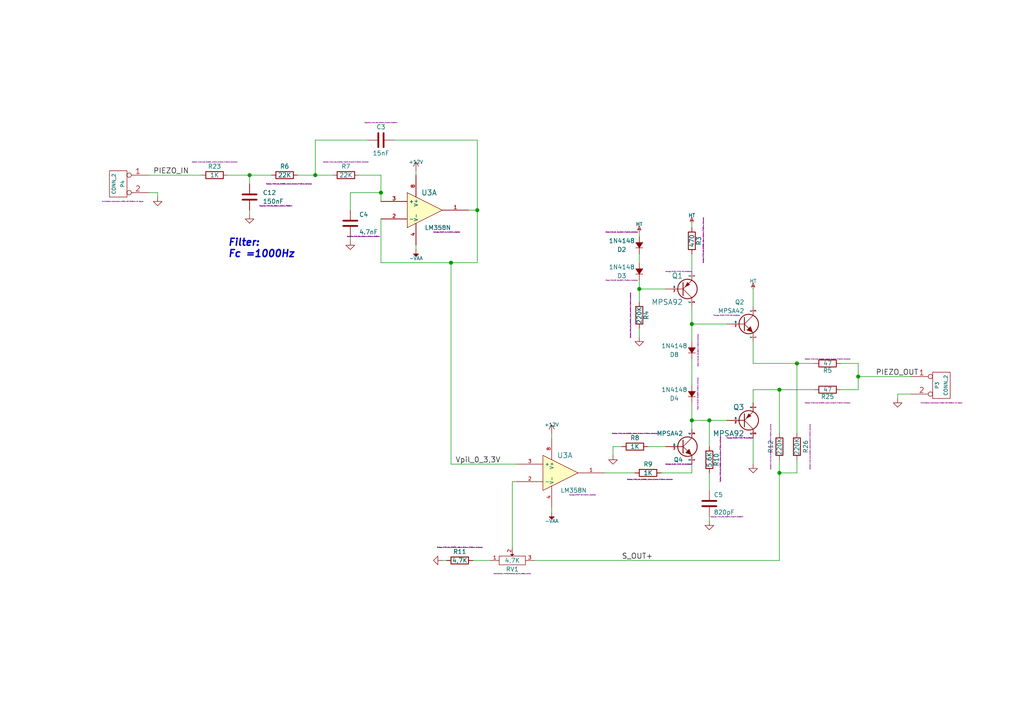
<source format=kicad_sch>
(kicad_sch (version 20210406) (generator eeschema)
  (paper "A4")
  (title_block (title "Complex hierarchy: demo") (date "2017-01-15") (rev "1"))
  (lib_symbols
    (symbol "complex_hierarchy_schlib:+12V" (power) (pin_names (offset 0))
      (property "Value" "+12V" (at 0 3.556 0))
      (symbol "+12V_0_1"
        (polyline (pts (xy -0.762 1.27) (xy 0 2.54)))
        (polyline (pts (xy 0 0) (xy 0 2.54)))
        (polyline (pts (xy 0 2.54) (xy 0.762 1.27)))
      )
      (symbol "+12V_1_1"
        (pin power_in line (at 0 0 90) (length 0) hide (name "+12V") (number "1"))
      )
    )
    (symbol "complex_hierarchy_schlib:-VAA" (power) (pin_names (offset 0))
      (property "Value" "-VAA" (at 0 2.54 0))
      (symbol "-VAA_0_0"
        (pin power_in line (at 0 0 90) (length 0) hide (name "-VAA") (number "1"))
      )
      (symbol "-VAA_0_1"
        (polyline (pts (xy 0 0) (xy 0 1.27) (xy 0 1.27)))
        (polyline (pts (xy 0 2.032) (xy 0.762 1.27) (xy -0.508 1.27) (xy -0.762 1.27) (xy 0 2.032) (xy 0 2.032) (xy 0 2.032)) (fill (type outline)))
      )
    )
    (symbol "complex_hierarchy_schlib:C" (pin_numbers hide) (pin_names (offset 0.254))
      (property "Reference" "C" (at 0.635 2.54 0))
      (property "Value" "C" (at 0.635 -2.54 0))
      (symbol "C_0_1"
        (polyline (pts (xy -2.032 -0.762) (xy 2.032 -0.762)) (stroke (width 0.508)))
        (polyline (pts (xy -2.032 0.762) (xy 2.032 0.762)) (stroke (width 0.508)))
      )
      (symbol "C_1_1"
        (pin passive line (at 0 3.81 270) (length 2.794) (name "~") (number "1"))
        (pin passive line (at 0 -3.81 90) (length 2.794) (name "~") (number "2"))
      )
    )
    (symbol "complex_hierarchy_schlib:CONN_2" (pin_names (offset 1.016) hide)
      (property "Reference" "P" (at -1.27 0 90))
      (property "Value" "CONN_2" (at 1.27 0 90))
      (symbol "CONN_2_0_1"
        (rectangle (start -2.54 3.81) (end 2.54 -3.81))
      )
      (symbol "CONN_2_1_1"
        (pin passive inverted (at -8.89 2.54 0) (length 6.35) (name "P1") (number "1"))
        (pin passive inverted (at -8.89 -2.54 0) (length 6.35) (name "PM") (number "2"))
      )
    )
    (symbol "complex_hierarchy_schlib:D_Small" (pin_numbers hide) (pin_names (offset 0.254) hide)
      (property "Reference" "D" (at -1.27 2.032 0))
      (property "Value" "D_Small" (at -3.81 -2.032 0))
      (symbol "D_Small_0_1"
        (polyline (pts (xy -0.762 -1.016) (xy -0.762 1.016)))
        (polyline (pts (xy 0.762 -1.016) (xy -0.762 0) (xy 0.762 1.016) (xy 0.762 -1.016)) (fill (type outline)))
      )
      (symbol "D_Small_1_1"
        (pin passive line (at -2.54 0 0) (length 1.778) (name "K") (number "1"))
        (pin passive line (at 2.54 0 180) (length 1.778) (name "A") (number "2"))
      )
    )
    (symbol "complex_hierarchy_schlib:GND" (power) (pin_names (offset 0))
      (property "Value" "GND" (at 0 -3.1242 0))
      (symbol "GND_0_1"
        (polyline (pts (xy 0 0) (xy 0 -1.27) (xy 1.27 -1.27) (xy 0 -2.54) (xy -1.27 -1.27) (xy 0 -1.27)))
      )
      (symbol "GND_1_1"
        (pin power_in line (at 0 0 270) (length 0) hide (name "GND") (number "1"))
      )
    )
    (symbol "complex_hierarchy_schlib:HT" (power) (pin_names (offset 0))
      (property "Value" "HT" (at 0 2.286 0))
      (symbol "HT_0_0"
        (pin power_in line (at 0 0 90) (length 0) hide (name "HT") (number "1"))
      )
      (symbol "HT_0_1"
        (polyline (pts (xy 0 0) (xy 0 1.016) (xy 0 1.016)))
        (polyline (pts (xy 0 1.016) (xy 0.508 0.508) (xy 0 1.778) (xy -0.508 0.508) (xy 0 1.016) (xy 0 1.016)))
      )
    )
    (symbol "complex_hierarchy_schlib:LM358N"
      (property "Reference" "U" (at -1.27 5.08 0))
      (property "Value" "LM358N" (at -1.27 -6.35 0))
      (symbol "LM358N_0_1"
        (polyline (pts (xy -5.08 5.08) (xy 5.08 0) (xy -5.08 -5.08) (xy -5.08 5.08)) (stroke (width 0.1524)) (fill (type background)))
        (pin power_in line (at -2.54 -10.16 90) (length 6.35) (name "V-") (number "4"))
        (pin power_in line (at -2.54 10.16 270) (length 6.35) (name "V+") (number "8"))
      )
      (symbol "LM358N_1_1"
        (pin output line (at 12.7 0 180) (length 7.62) (name "~") (number "1"))
        (pin input line (at -12.7 -2.54 0) (length 7.62) (name "-") (number "2"))
        (pin input line (at -12.7 2.54 0) (length 7.62) (name "+") (number "3"))
      )
      (symbol "LM358N_2_1"
        (pin input line (at -12.7 2.54 0) (length 7.62) (name "+") (number "5"))
        (pin input line (at -12.7 -2.54 0) (length 7.62) (name "-") (number "6"))
        (pin output line (at 12.7 0 180) (length 7.62) (name "~") (number "7"))
      )
    )
    (symbol "complex_hierarchy_schlib:MPSA42" (pin_names (offset 0))
      (property "Reference" "Q" (at 3.81 -3.81 0))
      (property "Value" "MPSA42" (at 3.81 3.81 0))
      (symbol "MPSA42_0_1"
        (circle (center 1.27 0) (radius 2.8194) (stroke (width 0.254)))
        (polyline (pts (xy 0 0) (xy 2.54 2.54)))
        (polyline (pts (xy 0 1.905) (xy 0 -1.905) (xy 0 -1.905)) (stroke (width 0.254)))
        (polyline (pts (xy 1.27 -1.27) (xy 0 0) (xy 0 0)))
        (polyline (pts (xy 2.286 -2.286) (xy 2.54 -2.54) (xy 2.54 -2.54)))
        (polyline (pts (xy 2.286 -2.286) (xy 1.778 -0.762) (xy 0.762 -1.778) (xy 2.286 -2.286) (xy 2.286 -2.286)) (fill (type outline)))
      )
      (symbol "MPSA42_1_1"
        (pin passive line (at 2.54 -5.08 90) (length 2.54) (name "E") (number "1"))
        (pin input line (at -5.08 0 0) (length 5.08) (name "B") (number "2"))
        (pin passive line (at 2.54 5.08 270) (length 2.54) (name "C") (number "3"))
      )
    )
    (symbol "complex_hierarchy_schlib:MPSA92" (pin_names (offset 0))
      (property "Reference" "Q" (at 3.81 -3.81 0))
      (property "Value" "MPSA92" (at 3.81 3.81 0))
      (symbol "MPSA92_0_1"
        (circle (center 1.27 0) (radius 2.8194) (stroke (width 0.254)))
        (polyline (pts (xy 0 0) (xy 2.54 2.54)))
        (polyline (pts (xy 0.635 -0.635) (xy 0 0) (xy 0 0)))
        (polyline (pts (xy 2.54 -2.54) (xy 1.651 -1.651) (xy 1.651 -1.651)))
        (polyline (pts (xy 0 1.905) (xy 0 -1.905) (xy 0 -1.905)) (stroke (width 0.254)) (fill (type outline)))
        (polyline (pts (xy 0.635 -0.635) (xy 1.27 -1.905) (xy 1.905 -1.27) (xy 0.635 -0.635) (xy 0.635 -0.635)) (fill (type outline)))
      )
      (symbol "MPSA92_1_1"
        (pin passive line (at 2.54 -5.08 90) (length 2.54) (name "E") (number "1"))
        (pin input line (at -5.08 0 0) (length 5.08) (name "B") (number "2"))
        (pin passive line (at 2.54 5.08 270) (length 2.54) (name "C") (number "3"))
      )
    )
    (symbol "complex_hierarchy_schlib:POT" (pin_names (offset 1.016) hide)
      (property "Reference" "RV" (at 0 -2.54 0))
      (property "Value" "POT" (at 0 0 0))
      (symbol "POT_0_1"
        (rectangle (start -3.81 1.27) (end 3.81 -1.27))
        (polyline (pts (xy 0 1.27) (xy -0.508 1.778) (xy 0.508 1.778)) (fill (type outline)))
      )
      (symbol "POT_1_1"
        (pin passive line (at -6.35 0 0) (length 2.54) (name "1") (number "1"))
        (pin passive line (at 0 3.81 270) (length 2.032) (name "2") (number "2"))
        (pin passive line (at 6.35 0 180) (length 2.54) (name "3") (number "3"))
      )
    )
    (symbol "complex_hierarchy_schlib:R" (pin_numbers hide) (pin_names (offset 0))
      (property "Reference" "R" (at 2.032 0 90))
      (property "Value" "R" (at 0 0 90))
      (symbol "R_0_1"
        (rectangle (start -1.016 -2.54) (end 1.016 2.54) (stroke (width 0.254)))
      )
      (symbol "R_1_1"
        (pin passive line (at 0 3.81 270) (length 1.27) (name "~") (number "1"))
        (pin passive line (at 0 -3.81 90) (length 1.27) (name "~") (number "2"))
      )
    )
  )
  (junction (at 72.39 50.8) (diameter 1.016))
  (junction (at 91.44 50.8) (diameter 1.016))
  (junction (at 110.49 55.88) (diameter 1.016))
  (junction (at 130.81 76.2) (diameter 1.016))
  (junction (at 138.43 60.96) (diameter 1.016))
  (junction (at 185.42 83.82) (diameter 1.016))
  (junction (at 200.66 93.98) (diameter 1.016))
  (junction (at 200.66 121.92) (diameter 1.016))
  (junction (at 205.74 121.92) (diameter 1.016))
  (junction (at 226.06 113.03) (diameter 1.016))
  (junction (at 226.06 137.16) (diameter 1.016))
  (junction (at 231.14 105.41) (diameter 1.016))
  (junction (at 248.92 109.22) (diameter 1.016))
  (wire (pts (xy 43.18 55.88) (xy 45.72 55.88)))
  (wire (pts (xy 45.72 55.88) (xy 45.72 57.15)))
  (wire (pts (xy 58.42 50.8) (xy 43.18 50.8)))
  (wire (pts (xy 66.04 50.8) (xy 72.39 50.8)))
  (wire (pts (xy 72.39 50.8) (xy 78.74 50.8)))
  (wire (pts (xy 72.39 53.34) (xy 72.39 50.8)))
  (wire (pts (xy 72.39 62.23) (xy 72.39 60.96)))
  (wire (pts (xy 86.36 50.8) (xy 91.44 50.8)))
  (wire (pts (xy 91.44 40.64) (xy 91.44 50.8)))
  (wire (pts (xy 91.44 50.8) (xy 96.52 50.8)))
  (wire (pts (xy 101.6 55.88) (xy 101.6 60.96)))
  (wire (pts (xy 101.6 69.85) (xy 101.6 68.58)))
  (wire (pts (xy 106.68 40.64) (xy 91.44 40.64)))
  (wire (pts (xy 110.49 50.8) (xy 104.14 50.8)))
  (wire (pts (xy 110.49 50.8) (xy 110.49 55.88)))
  (wire (pts (xy 110.49 55.88) (xy 101.6 55.88)))
  (wire (pts (xy 110.49 55.88) (xy 110.49 58.42)))
  (wire (pts (xy 110.49 63.5) (xy 110.49 76.2)))
  (wire (pts (xy 110.49 76.2) (xy 130.81 76.2)))
  (wire (pts (xy 120.65 49.53) (xy 120.65 50.8)))
  (wire (pts (xy 120.65 72.39) (xy 120.65 71.12)))
  (wire (pts (xy 128.27 162.56) (xy 129.54 162.56)))
  (wire (pts (xy 130.81 76.2) (xy 138.43 76.2)))
  (wire (pts (xy 130.81 134.62) (xy 130.81 76.2)))
  (wire (pts (xy 135.89 60.96) (xy 138.43 60.96)))
  (wire (pts (xy 137.16 162.56) (xy 142.24 162.56)))
  (wire (pts (xy 138.43 40.64) (xy 114.3 40.64)))
  (wire (pts (xy 138.43 60.96) (xy 138.43 40.64)))
  (wire (pts (xy 138.43 76.2) (xy 138.43 60.96)))
  (wire (pts (xy 148.59 139.7) (xy 149.86 139.7)))
  (wire (pts (xy 148.59 158.75) (xy 148.59 139.7)))
  (wire (pts (xy 149.86 134.62) (xy 130.81 134.62)))
  (wire (pts (xy 160.02 125.73) (xy 160.02 127)))
  (wire (pts (xy 160.02 148.59) (xy 160.02 147.32)))
  (wire (pts (xy 175.26 137.16) (xy 184.15 137.16)))
  (wire (pts (xy 177.8 129.54) (xy 177.8 132.08)))
  (wire (pts (xy 180.34 129.54) (xy 177.8 129.54)))
  (wire (pts (xy 185.42 68.58) (xy 185.42 67.31)))
  (wire (pts (xy 185.42 76.2) (xy 185.42 73.66)))
  (wire (pts (xy 185.42 81.28) (xy 185.42 83.82)))
  (wire (pts (xy 185.42 83.82) (xy 185.42 87.63)))
  (wire (pts (xy 185.42 95.25) (xy 185.42 97.79)))
  (wire (pts (xy 187.96 129.54) (xy 193.04 129.54)))
  (wire (pts (xy 193.04 83.82) (xy 185.42 83.82)))
  (wire (pts (xy 200.66 64.77) (xy 200.66 66.04)))
  (wire (pts (xy 200.66 73.66) (xy 200.66 78.74)))
  (wire (pts (xy 200.66 88.9) (xy 200.66 93.98)))
  (wire (pts (xy 200.66 93.98) (xy 200.66 99.06)))
  (wire (pts (xy 200.66 104.14) (xy 200.66 111.76)))
  (wire (pts (xy 200.66 116.84) (xy 200.66 121.92)))
  (wire (pts (xy 200.66 121.92) (xy 200.66 124.46)))
  (wire (pts (xy 200.66 121.92) (xy 205.74 121.92)))
  (wire (pts (xy 200.66 134.62) (xy 200.66 137.16)))
  (wire (pts (xy 200.66 137.16) (xy 191.77 137.16)))
  (wire (pts (xy 205.74 121.92) (xy 205.74 129.54)))
  (wire (pts (xy 205.74 121.92) (xy 210.82 121.92)))
  (wire (pts (xy 205.74 137.16) (xy 205.74 142.24)))
  (wire (pts (xy 205.74 149.86) (xy 205.74 151.13)))
  (wire (pts (xy 210.82 93.98) (xy 200.66 93.98)))
  (wire (pts (xy 218.44 83.82) (xy 218.44 88.9)))
  (wire (pts (xy 218.44 105.41) (xy 218.44 99.06)))
  (wire (pts (xy 218.44 105.41) (xy 231.14 105.41)))
  (wire (pts (xy 218.44 113.03) (xy 218.44 116.84)))
  (wire (pts (xy 218.44 113.03) (xy 226.06 113.03)))
  (wire (pts (xy 218.44 127) (xy 218.44 134.62)))
  (wire (pts (xy 226.06 113.03) (xy 226.06 125.73)))
  (wire (pts (xy 226.06 113.03) (xy 236.22 113.03)))
  (wire (pts (xy 226.06 133.35) (xy 226.06 137.16)))
  (wire (pts (xy 226.06 137.16) (xy 226.06 162.56)))
  (wire (pts (xy 226.06 137.16) (xy 231.14 137.16)))
  (wire (pts (xy 226.06 162.56) (xy 154.94 162.56)))
  (wire (pts (xy 231.14 105.41) (xy 236.22 105.41)))
  (wire (pts (xy 231.14 125.73) (xy 231.14 105.41)))
  (wire (pts (xy 231.14 137.16) (xy 231.14 133.35)))
  (wire (pts (xy 248.92 105.41) (xy 243.84 105.41)))
  (wire (pts (xy 248.92 105.41) (xy 248.92 109.22)))
  (wire (pts (xy 248.92 109.22) (xy 248.92 113.03)))
  (wire (pts (xy 248.92 109.22) (xy 264.16 109.22)))
  (wire (pts (xy 248.92 113.03) (xy 243.84 113.03)))
  (wire (pts (xy 260.35 114.3) (xy 260.35 115.57)))
  (wire (pts (xy 264.16 114.3) (xy 260.35 114.3)))
  (text "Filter:\nFc =1000Hz" (at 66.04 74.93 0) (effects (font (size 2.032 2.032) (thickness 0.4064) bold italic) (justify left bottom)))
  (label "PIEZO_IN" (at 44.45 50.8 0) (effects (font (size 1.524 1.524))))
  (label "Vpil_0_3,3V" (at 132.08 134.62 0) (effects (font (size 1.524 1.524))))
  (label "S_OUT+" (at 180.34 162.56 0) (effects (font (size 1.524 1.524))))
  (label "PIEZO_OUT" (at 254 109.22 0) (effects (font (size 1.524 1.524))))
  (symbol (lib_id "complex_hierarchy_schlib:HT") (at 185.42 67.31 0)
    (property "Reference" "#PWR031" (effects hide))
    (property "Value" "HT" (at 185.42 65.024 0) (effects (font (size 1.016 1.016))))
  )
  (symbol (lib_id "complex_hierarchy_schlib:HT") (at 200.66 64.77 0)
    (property "Reference" "#PWR032" (effects hide))
    (property "Value" "HT" (at 200.66 62.484 0) (effects (font (size 1.016 1.016))))
  )
  (symbol (lib_id "complex_hierarchy_schlib:HT") (at 218.44 83.82 0)
    (property "Reference" "#PWR033" (effects hide))
    (property "Value" "HT" (at 218.44 81.534 0) (effects (font (size 1.016 1.016))))
  )
  (symbol (lib_id "complex_hierarchy_schlib:-VAA") (at 120.65 72.39 180)
    (property "Reference" "#PWR022" (effects hide))
    (property "Value" "-VAA" (at 120.65 74.93 0) (effects (font (size 1.016 1.016))))
  )
  (symbol (lib_id "complex_hierarchy_schlib:-VAA") (at 160.02 148.59 180)
    (property "Reference" "#PWR021" (effects hide))
    (property "Value" "-VAA" (at 160.02 151.13 0) (effects (font (size 1.016 1.016))))
  )
  (symbol (lib_id "complex_hierarchy_schlib:+12V") (at 120.65 49.53 0)
    (property "Reference" "#U034" (effects hide))
    (property "Value" "+12V" (at 120.65 46.99 0) (effects (font (size 1.016 1.016))))
  )
  (symbol (lib_id "complex_hierarchy_schlib:+12V") (at 160.02 125.73 0)
    (property "Reference" "#U026" (effects hide))
    (property "Value" "+12V" (at 160.02 123.19 0) (effects (font (size 1.016 1.016))))
  )
  (symbol (lib_id "complex_hierarchy_schlib:GND") (at 45.72 57.15 0)
    (property "Reference" "#PWR027" (effects hide))
    (property "Value" "GND" (effects hide))
  )
  (symbol (lib_id "complex_hierarchy_schlib:GND") (at 72.39 62.23 0)
    (property "Reference" "#PWR020" (effects hide))
    (property "Value" "GND" (effects hide))
  )
  (symbol (lib_id "complex_hierarchy_schlib:GND") (at 101.6 69.85 0)
    (property "Reference" "#PWR028" (effects hide))
    (property "Value" "GND" (effects hide))
  )
  (symbol (lib_id "complex_hierarchy_schlib:GND") (at 128.27 162.56 270)
    (property "Reference" "#PWR030" (effects hide))
    (property "Value" "GND" (effects hide))
  )
  (symbol (lib_id "complex_hierarchy_schlib:GND") (at 177.8 132.08 0)
    (property "Reference" "#PWR024" (effects hide))
    (property "Value" "GND" (effects hide))
  )
  (symbol (lib_id "complex_hierarchy_schlib:GND") (at 185.42 97.79 0)
    (property "Reference" "#PWR025" (effects hide))
    (property "Value" "GND" (effects hide))
  )
  (symbol (lib_id "complex_hierarchy_schlib:GND") (at 205.74 151.13 0)
    (property "Reference" "#PWR019" (effects hide))
    (property "Value" "GND" (effects hide))
  )
  (symbol (lib_id "complex_hierarchy_schlib:GND") (at 218.44 134.62 0)
    (property "Reference" "#PWR023" (effects hide))
    (property "Value" "GND" (effects hide))
  )
  (symbol (lib_id "complex_hierarchy_schlib:GND") (at 260.35 115.57 0)
    (property "Reference" "#PWR029" (effects hide))
    (property "Value" "GND" (effects hide))
  )
  (symbol (lib_id "complex_hierarchy_schlib:D_Small") (at 185.42 71.12 90)
    (property "Reference" "D2" (at 180.34 72.39 90))
    (property "Value" "1N4148" (at 180.34 69.85 90))
    (property "Footprint" "Diode_THT:D_DO-35_SOD27_P7.62mm_Horizontal" (at 180.34 67.31 90) (effects (font (size 0.254 0.254))))
  )
  (symbol (lib_id "complex_hierarchy_schlib:D_Small") (at 185.42 78.74 90)
    (property "Reference" "D3" (at 180.34 80.01 90))
    (property "Value" "1N4148" (at 180.34 77.47 90))
    (property "Footprint" "Diode_THT:D_DO-35_SOD27_P7.62mm_Horizontal" (at 180.34 81.28 90) (effects (font (size 0.254 0.254))))
  )
  (symbol (lib_id "complex_hierarchy_schlib:D_Small") (at 200.66 101.6 90)
    (property "Reference" "D8" (at 195.58 102.87 90))
    (property "Value" "1N4148" (at 195.58 100.33 90))
    (property "Footprint" "Diode_THT:D_DO-35_SOD27_P7.62mm_Horizontal" (at 202.4634 101.5746 0) (effects (font (size 0.254 0.254))))
  )
  (symbol (lib_id "complex_hierarchy_schlib:D_Small") (at 200.66 114.3 90)
    (property "Reference" "D4" (at 195.58 115.57 90))
    (property "Value" "1N4148" (at 195.58 113.03 90))
    (property "Footprint" "Diode_THT:D_DO-35_SOD27_P7.62mm_Horizontal" (at 202.3872 114.1476 0) (effects (font (size 0.254 0.254))))
  )
  (symbol (lib_id "complex_hierarchy_schlib:R") (at 62.23 50.8 270)
    (property "Reference" "R23" (at 62.23 48.26 90))
    (property "Value" "1K" (at 62.23 50.8 90))
    (property "Footprint" "Resistor_THT:R_Axial_DIN0204_L3.6mm_D1.6mm_P7.62mm_Horizontal" (at 62.23 46.99 90) (effects (font (size 0.254 0.254))))
  )
  (symbol (lib_id "complex_hierarchy_schlib:R") (at 82.55 50.8 270)
    (property "Reference" "R6" (at 82.55 48.26 90))
    (property "Value" "22K" (at 82.55 50.8 90))
    (property "Footprint" "Resistor_THT:R_Axial_DIN0204_L3.6mm_D1.6mm_P7.62mm_Horizontal" (at 83.82 53.34 90) (effects (font (size 0.254 0.254))))
  )
  (symbol (lib_id "complex_hierarchy_schlib:R") (at 100.33 50.8 270)
    (property "Reference" "R7" (at 100.33 48.26 90))
    (property "Value" "22K" (at 100.33 50.8 90))
    (property "Footprint" "Resistor_THT:R_Axial_DIN0204_L3.6mm_D1.6mm_P7.62mm_Horizontal" (at 100.33 46.99 90) (effects (font (size 0.254 0.254))))
  )
  (symbol (lib_id "complex_hierarchy_schlib:R") (at 133.35 162.56 270)
    (property "Reference" "R11" (at 133.35 160.02 90))
    (property "Value" "4,7K" (at 133.35 162.56 90))
    (property "Footprint" "Resistor_THT:R_Axial_DIN0204_L3.6mm_D1.6mm_P7.62mm_Horizontal" (at 133.35 158.75 90) (effects (font (size 0.254 0.254))))
  )
  (symbol (lib_id "complex_hierarchy_schlib:R") (at 184.15 129.54 270)
    (property "Reference" "R8" (at 184.15 127 90))
    (property "Value" "1K" (at 184.15 129.54 90))
    (property "Footprint" "Resistor_THT:R_Axial_DIN0204_L3.6mm_D1.6mm_P7.62mm_Horizontal" (at 184.15 125.73 90) (effects (font (size 0.254 0.254))))
  )
  (symbol (lib_id "complex_hierarchy_schlib:R") (at 185.42 91.44 0)
    (property "Reference" "R4" (at 187.452 91.44 90))
    (property "Value" "220K" (at 185.42 91.44 90))
    (property "Footprint" "Resistor_THT:R_Axial_DIN0204_L3.6mm_D1.6mm_P7.62mm_Horizontal" (at 182.88 91.44 90) (effects (font (size 0.254 0.254))))
  )
  (symbol (lib_id "complex_hierarchy_schlib:R") (at 187.96 137.16 270)
    (property "Reference" "R9" (at 187.96 134.62 90))
    (property "Value" "1K" (at 187.96 137.16 90))
    (property "Footprint" "Resistor_THT:R_Axial_DIN0204_L3.6mm_D1.6mm_P7.62mm_Horizontal" (at 188.5188 139.065 90) (effects (font (size 0.254 0.254))))
  )
  (symbol (lib_id "complex_hierarchy_schlib:R") (at 200.66 69.85 0)
    (property "Reference" "R3" (at 202.692 69.85 90))
    (property "Value" "470" (at 200.66 69.85 90))
    (property "Footprint" "Resistor_THT:R_Axial_DIN0204_L3.6mm_D1.6mm_P7.62mm_Horizontal" (at 203.9874 69.6468 90) (effects (font (size 0.254 0.254))))
  )
  (symbol (lib_id "complex_hierarchy_schlib:R") (at 205.74 133.35 0)
    (property "Reference" "R10" (at 207.772 133.35 90))
    (property "Value" "5,6K" (at 205.74 133.35 90))
    (property "Footprint" "Resistor_THT:R_Axial_DIN0204_L3.6mm_D1.6mm_P7.62mm_Horizontal" (at 208.9404 133.1214 90) (effects (font (size 0.254 0.254))))
  )
  (symbol (lib_id "complex_hierarchy_schlib:R") (at 226.06 129.54 180)
    (property "Reference" "R12" (at 223.52 129.54 90))
    (property "Value" "220K" (at 226.06 129.54 90))
    (property "Footprint" "Resistor_THT:R_Axial_DIN0204_L3.6mm_D1.6mm_P7.62mm_Horizontal" (at 223.52 129.54 90) (effects (font (size 0.254 0.254))))
  )
  (symbol (lib_id "complex_hierarchy_schlib:R") (at 231.14 129.54 180)
    (property "Reference" "R26" (at 233.68 129.54 90))
    (property "Value" "220K" (at 231.14 129.54 90))
    (property "Footprint" "Resistor_THT:R_Axial_DIN0204_L3.6mm_D1.6mm_P7.62mm_Horizontal" (at 234.95 129.54 90) (effects (font (size 0.254 0.254))))
  )
  (symbol (lib_id "complex_hierarchy_schlib:R") (at 240.03 105.41 270)
    (property "Reference" "R5" (at 240.03 107.442 90))
    (property "Value" "47" (at 240.03 105.41 90))
    (property "Footprint" "Resistor_THT:R_Axial_DIN0204_L3.6mm_D1.6mm_P7.62mm_Horizontal" (at 240.03 104.14 90) (effects (font (size 0.254 0.254))))
  )
  (symbol (lib_id "complex_hierarchy_schlib:R") (at 240.03 113.03 270)
    (property "Reference" "R25" (at 240.03 115.062 90))
    (property "Value" "47" (at 240.03 113.03 90))
    (property "Footprint" "Resistor_THT:R_Axial_DIN0204_L3.6mm_D1.6mm_P7.62mm_Horizontal" (at 240.03 116.84 90) (effects (font (size 0.254 0.254))))
  )
  (symbol (lib_id "complex_hierarchy_schlib:C") (at 72.39 57.15 0)
    (property "Reference" "C12" (at 76.2 55.88 0) (effects (justify left)))
    (property "Value" "150nF" (at 76.2 58.42 0) (effects (justify left)))
    (property "Footprint" "Capacitor_THT:C_Disc_D5.0mm_W2.5mm_P5.00mm" (at 80.01 59.69 0) (effects (font (size 0.254 0.254))))
  )
  (symbol (lib_id "complex_hierarchy_schlib:C") (at 101.6 64.77 0)
    (property "Reference" "C4" (at 104.14 62.23 0) (effects (justify left)))
    (property "Value" "4.7nF" (at 104.14 67.31 0) (effects (justify left)))
    (property "Footprint" "Capacitor_THT:C_Disc_D5.0mm_W2.5mm_P5.00mm" (at 105.41 68.58 0) (effects (font (size 0.254 0.254))))
  )
  (symbol (lib_id "complex_hierarchy_schlib:C") (at 110.49 40.64 270)
    (property "Reference" "C3" (at 110.49 36.83 90))
    (property "Value" "15nF" (at 110.49 44.45 90))
    (property "Footprint" "Capacitor_THT:C_Disc_D5.0mm_W2.5mm_P5.00mm" (at 110.49 35.56 90) (effects (font (size 0.254 0.254))))
  )
  (symbol (lib_id "complex_hierarchy_schlib:C") (at 205.74 146.05 0)
    (property "Reference" "C5" (at 207.01 143.51 0) (effects (justify left)))
    (property "Value" "820pF" (at 207.01 148.59 0) (effects (justify left)))
    (property "Footprint" "Capacitor_THT:C_Disc_D5.0mm_W2.5mm_P5.00mm" (at 210.82 149.86 0) (effects (font (size 0.254 0.254))))
  )
  (symbol (lib_id "complex_hierarchy_schlib:POT") (at 148.59 162.56 0)
    (property "Reference" "RV1" (at 148.59 165.1 0))
    (property "Value" "4,7K" (at 148.59 162.56 0))
    (property "Footprint" "Potentiometer_THT:Potentiometer_Bourns_3266W_Vertical" (at 148.59 166.37 0) (effects (font (size 0.254 0.254))))
  )
  (symbol (lib_id "complex_hierarchy_schlib:CONN_2") (at 34.29 53.34 0) (mirror y)
    (property "Reference" "P4" (at 35.56 53.34 90) (effects (font (size 1.016 1.016))))
    (property "Value" "CONN_2" (at 33.02 53.34 90) (effects (font (size 1.016 1.016))))
    (property "Footprint" "TerminalBlock_Altech:Altech_AK300_1x02_P5.00mm_45-Degree" (at 35.56 58.42 0) (effects (font (size 0.254 0.254))))
  )
  (symbol (lib_id "complex_hierarchy_schlib:CONN_2") (at 273.05 111.76 0)
    (property "Reference" "P3" (at 271.78 111.76 90) (effects (font (size 1.016 1.016))))
    (property "Value" "CONN_2" (at 274.32 111.76 90) (effects (font (size 1.016 1.016))))
    (property "Footprint" "TerminalBlock_Altech:Altech_AK300_1x02_P5.00mm_45-Degree" (at 273.05 116.84 0) (effects (font (size 0.254 0.254))))
  )
  (symbol (lib_id "complex_hierarchy_schlib:MPSA92") (at 198.12 83.82 0) (mirror x)
    (property "Reference" "Q1" (at 198.12 80.01 0) (effects (font (size 1.524 1.524)) (justify right)))
    (property "Value" "MPSA92" (at 198.12 87.63 0) (effects (font (size 1.524 1.524)) (justify right)))
    (property "Footprint" "Package_TO_SOT_THT:TO-92_HandSolder" (at 196.85 78.74 0) (effects (font (size 0.254 0.254))))
  )
  (symbol (lib_id "complex_hierarchy_schlib:MPSA42") (at 198.12 129.54 0)
    (property "Reference" "Q4" (at 198.12 133.35 0) (effects (justify right)))
    (property "Value" "MPSA42" (at 198.12 125.73 0) (effects (justify right)))
    (property "Footprint" "Package_TO_SOT_THT:TO-92_HandSolder" (at 196.85 134.62 0) (effects (font (size 0.254 0.254))))
  )
  (symbol (lib_id "complex_hierarchy_schlib:MPSA42") (at 215.9 93.98 0)
    (property "Reference" "Q2" (at 215.9 87.63 0) (effects (justify right)))
    (property "Value" "MPSA42" (at 215.9 90.17 0) (effects (justify right)))
    (property "Footprint" "Package_TO_SOT_THT:TO-92_HandSolder" (at 210.82 91.44 0) (effects (font (size 0.254 0.254))))
  )
  (symbol (lib_id "complex_hierarchy_schlib:MPSA92") (at 215.9 121.92 0) (mirror x)
    (property "Reference" "Q3" (at 215.9 118.11 0) (effects (font (size 1.524 1.524)) (justify right)))
    (property "Value" "MPSA92" (at 215.9 125.73 0) (effects (font (size 1.524 1.524)) (justify right)))
    (property "Footprint" "Package_TO_SOT_THT:TO-92_HandSolder" (at 214.63 127 0) (effects (font (size 0.254 0.254))))
  )
  (symbol (lib_id "complex_hierarchy_schlib:LM358N") (at 123.19 60.96 0)
    (property "Reference" "U3" (at 124.46 55.88 0) (effects (font (size 1.524 1.524))))
    (property "Value" "LM358N" (at 127 66.04 0))
    (property "Footprint" "Package_DIP:DIP-8_W7.62mm_LongPads" (at 129.54 67.31 0) (effects (font (size 0.254 0.254))))
  )
  (symbol (lib_id "complex_hierarchy_schlib:LM358N") (at 162.56 137.16 0)
    (property "Reference" "U3" (at 163.83 132.08 0) (effects (font (size 1.524 1.524))))
    (property "Value" "LM358N" (at 166.37 142.24 0))
    (property "Footprint" "Package_DIP:DIP-8_W7.62mm_LongPads" (at 168.91 143.51 0) (effects (font (size 0.254 0.254))))
  )
)
</source>
